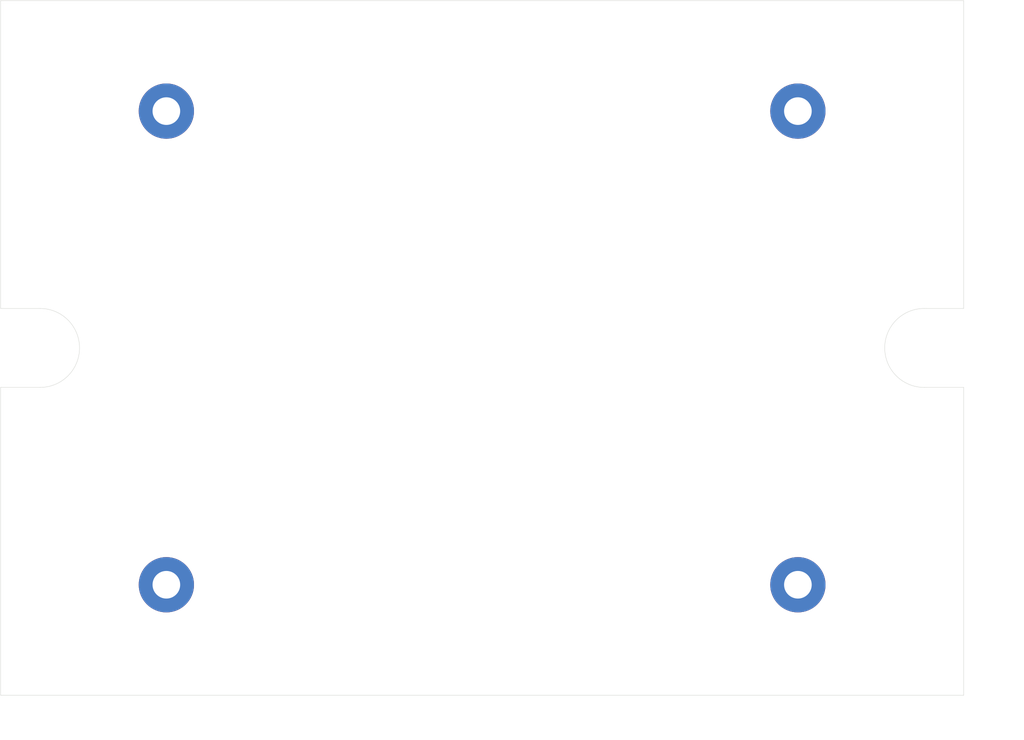
<source format=kicad_pcb>
(kicad_pcb (version 20171130) (host pcbnew "(5.1.4)-1")

  (general
    (thickness 1.6)
    (drawings 14)
    (tracks 0)
    (zones 0)
    (modules 4)
    (nets 1)
  )

  (page A4)
  (layers
    (0 F.Cu signal)
    (31 B.Cu signal)
    (32 B.Adhes user)
    (33 F.Adhes user)
    (34 B.Paste user)
    (35 F.Paste user)
    (36 B.SilkS user)
    (37 F.SilkS user)
    (38 B.Mask user)
    (39 F.Mask user)
    (40 Dwgs.User user)
    (41 Cmts.User user)
    (42 Eco1.User user)
    (43 Eco2.User user)
    (44 Edge.Cuts user)
    (45 Margin user)
    (46 B.CrtYd user)
    (47 F.CrtYd user)
    (48 B.Fab user)
    (49 F.Fab user)
  )

  (setup
    (last_trace_width 0.25)
    (trace_clearance 0.2)
    (zone_clearance 0.508)
    (zone_45_only no)
    (trace_min 0.2)
    (via_size 0.8)
    (via_drill 0.4)
    (via_min_size 0.4)
    (via_min_drill 0.3)
    (uvia_size 0.3)
    (uvia_drill 0.1)
    (uvias_allowed no)
    (uvia_min_size 0.2)
    (uvia_min_drill 0.1)
    (edge_width 0.05)
    (segment_width 0.2)
    (pcb_text_width 0.3)
    (pcb_text_size 1.5 1.5)
    (mod_edge_width 0.12)
    (mod_text_size 1 1)
    (mod_text_width 0.15)
    (pad_size 1.524 1.524)
    (pad_drill 0.762)
    (pad_to_mask_clearance 0.051)
    (solder_mask_min_width 0.25)
    (aux_axis_origin 0 0)
    (visible_elements 7FFFFFFF)
    (pcbplotparams
      (layerselection 0x010fc_ffffffff)
      (usegerberextensions false)
      (usegerberattributes false)
      (usegerberadvancedattributes false)
      (creategerberjobfile false)
      (excludeedgelayer true)
      (linewidth 0.100000)
      (plotframeref false)
      (viasonmask false)
      (mode 1)
      (useauxorigin false)
      (hpglpennumber 1)
      (hpglpenspeed 20)
      (hpglpendiameter 15.000000)
      (psnegative false)
      (psa4output false)
      (plotreference true)
      (plotvalue true)
      (plotinvisibletext false)
      (padsonsilk false)
      (subtractmaskfromsilk false)
      (outputformat 1)
      (mirror false)
      (drillshape 1)
      (scaleselection 1)
      (outputdirectory ""))
  )

  (net 0 "")

  (net_class Default "This is the default net class."
    (clearance 0.2)
    (trace_width 0.25)
    (via_dia 0.8)
    (via_drill 0.4)
    (uvia_dia 0.3)
    (uvia_drill 0.1)
  )

  (module MountingHole:MountingHole_3.5mm_Pad (layer F.Cu) (tedit 56D1B4CB) (tstamp 5D722C4E)
    (at 36 29)
    (descr "Mounting Hole 3.5mm")
    (tags "mounting hole 3.5mm")
    (attr virtual)
    (fp_text reference ~ (at 0 -4.5) (layer F.SilkS) hide
      (effects (font (size 1 1) (thickness 0.15)))
    )
    (fp_text value ~ (at 0 4.5) (layer F.Fab) hide
      (effects (font (size 1 1) (thickness 0.15)))
    )
    (fp_text user %R (at 0.3 0) (layer F.Fab)
      (effects (font (size 1 1) (thickness 0.15)))
    )
    (fp_circle (center 0 0) (end 3.5 0) (layer Cmts.User) (width 0.15))
    (fp_circle (center 0 0) (end 3.75 0) (layer F.CrtYd) (width 0.05))
    (pad ~ thru_hole circle (at 0 0) (size 7 7) (drill 3.5) (layers *.Cu *.Mask))
  )

  (module MountingHole:MountingHole_3.5mm_Pad (layer F.Cu) (tedit 56D1B4CB) (tstamp 5D722C40)
    (at 36 89)
    (descr "Mounting Hole 3.5mm")
    (tags "mounting hole 3.5mm")
    (attr virtual)
    (fp_text reference ~ (at 0 -4.5) (layer F.SilkS) hide
      (effects (font (size 1 1) (thickness 0.15)))
    )
    (fp_text value ~ (at 0 4.5) (layer F.Fab) hide
      (effects (font (size 1 1) (thickness 0.15)))
    )
    (fp_circle (center 0 0) (end 3.75 0) (layer F.CrtYd) (width 0.05))
    (fp_circle (center 0 0) (end 3.5 0) (layer Cmts.User) (width 0.15))
    (fp_text user %R (at 0.3 0) (layer F.Fab)
      (effects (font (size 1 1) (thickness 0.15)))
    )
    (pad ~ thru_hole circle (at 0 0) (size 7 7) (drill 3.5) (layers *.Cu *.Mask))
  )

  (module MountingHole:MountingHole_3.5mm_Pad (layer F.Cu) (tedit 56D1B4CB) (tstamp 5D722C32)
    (at 116 29)
    (descr "Mounting Hole 3.5mm")
    (tags "mounting hole 3.5mm")
    (attr virtual)
    (fp_text reference ~ (at 0 -4.5) (layer F.SilkS) hide
      (effects (font (size 1 1) (thickness 0.15)))
    )
    (fp_text value ~ (at 0 4.5) (layer F.Fab) hide
      (effects (font (size 1 1) (thickness 0.15)))
    )
    (fp_text user %R (at 0.3 0) (layer F.Fab)
      (effects (font (size 1 1) (thickness 0.15)))
    )
    (fp_circle (center 0 0) (end 3.5 0) (layer Cmts.User) (width 0.15))
    (fp_circle (center 0 0) (end 3.75 0) (layer F.CrtYd) (width 0.05))
    (pad ~ thru_hole circle (at 0 0) (size 7 7) (drill 3.5) (layers *.Cu *.Mask))
  )

  (module MountingHole:MountingHole_3.5mm_Pad (layer F.Cu) (tedit 56D1B4CB) (tstamp 5D722BFE)
    (at 116 89)
    (descr "Mounting Hole 3.5mm")
    (tags "mounting hole 3.5mm")
    (attr virtual)
    (fp_text reference ~ (at 0 -4.5) (layer F.SilkS) hide
      (effects (font (size 1 1) (thickness 0.15)))
    )
    (fp_text value ~ (at 0 4.5) (layer F.Fab) hide
      (effects (font (size 1 1) (thickness 0.15)))
    )
    (fp_circle (center 0 0) (end 3.75 0) (layer F.CrtYd) (width 0.05))
    (fp_circle (center 0 0) (end 3.5 0) (layer Cmts.User) (width 0.15))
    (fp_text user %R (at 0.3 0) (layer F.Fab)
      (effects (font (size 1 1) (thickness 0.15)))
    )
    (pad ~ thru_hole circle (at 0 0) (size 7 7) (drill 3.5) (layers *.Cu *.Mask))
  )

  (gr_line (start 132 54) (end 137 54) (layer Edge.Cuts) (width 0.05) (tstamp 5D71A747))
  (gr_line (start 132 64) (end 137 64) (layer Edge.Cuts) (width 0.05) (tstamp 5D71A742))
  (gr_arc (start 132 59) (end 132 54) (angle -180) (layer Edge.Cuts) (width 0.05) (tstamp 5D71A72D))
  (gr_line (start 15 54) (end 20 54) (layer Edge.Cuts) (width 0.05) (tstamp 5D71A728))
  (gr_line (start 20 64) (end 15 64) (layer Edge.Cuts) (width 0.05))
  (gr_arc (start 20 59) (end 20 64) (angle -180) (layer Edge.Cuts) (width 0.05))
  (dimension 122 (width 0.15) (layer Dwgs.User)
    (gr_text "122,000 mm" (at 76 109.3) (layer Dwgs.User)
      (effects (font (size 1 1) (thickness 0.15)))
    )
    (feature1 (pts (xy 137 103) (xy 137 108.586421)))
    (feature2 (pts (xy 15 103) (xy 15 108.586421)))
    (crossbar (pts (xy 15 108) (xy 137 108)))
    (arrow1a (pts (xy 137 108) (xy 135.873496 108.586421)))
    (arrow1b (pts (xy 137 108) (xy 135.873496 107.413579)))
    (arrow2a (pts (xy 15 108) (xy 16.126504 108.586421)))
    (arrow2b (pts (xy 15 108) (xy 16.126504 107.413579)))
  )
  (dimension 88 (width 0.15) (layer Dwgs.User)
    (gr_text "88,000 mm" (at 143.3 59 270) (layer Dwgs.User)
      (effects (font (size 1 1) (thickness 0.15)))
    )
    (feature1 (pts (xy 137 103) (xy 142.586421 103)))
    (feature2 (pts (xy 137 15) (xy 142.586421 15)))
    (crossbar (pts (xy 142 15) (xy 142 103)))
    (arrow1a (pts (xy 142 103) (xy 141.413579 101.873496)))
    (arrow1b (pts (xy 142 103) (xy 142.586421 101.873496)))
    (arrow2a (pts (xy 142 15) (xy 141.413579 16.126504)))
    (arrow2b (pts (xy 142 15) (xy 142.586421 16.126504)))
  )
  (gr_line (start 137 54) (end 137 15) (layer Edge.Cuts) (width 0.05) (tstamp 5D722B79))
  (gr_line (start 137 103) (end 137 64) (layer Edge.Cuts) (width 0.05))
  (gr_line (start 15 103) (end 15 64) (layer Edge.Cuts) (width 0.05))
  (gr_line (start 15 54) (end 15 15) (layer Edge.Cuts) (width 0.05) (tstamp 5D722B71))
  (gr_line (start 15 103) (end 137 103) (layer Edge.Cuts) (width 0.05) (tstamp 5D722B58))
  (gr_line (start 15 15) (end 137 15) (layer Edge.Cuts) (width 0.05))

)

</source>
